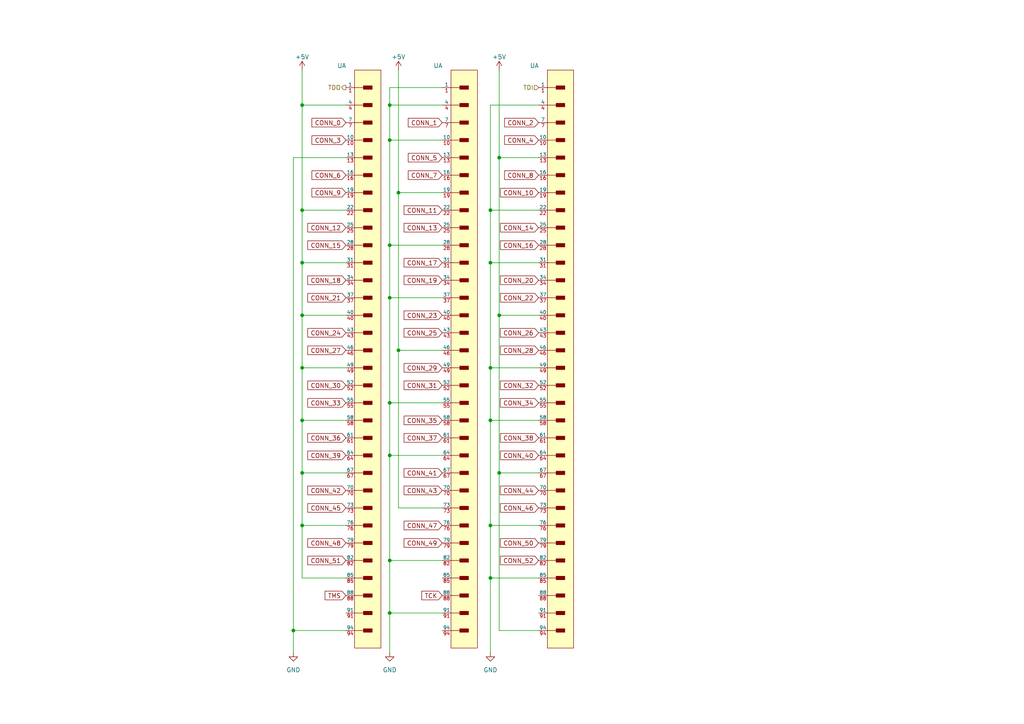
<source format=kicad_sch>
(kicad_sch (version 20220404) (generator eeschema)
  (paper "A4")
  (lib_symbols
    (symbol "09032967825:09032967825" (pin_names (offset 0))
      (property "Reference" "J" (at 0 7.62 0))
      (property "Value" "09032967825" (at 0 10.16 0))
      (symbol "09032967825_1_1"
        (rectangle (start -12.7 5.08) (end -5.08 -162.56) (fill (type background)))
        (rectangle (start -10.16 -156.972) (end -7.62 -157.988) (fill (type outline)))
        (rectangle (start -10.16 -151.892) (end -7.62 -152.908) (fill (type outline)))
        (rectangle (start -10.16 -146.812) (end -7.62 -147.828) (fill (type outline)))
        (rectangle (start -10.16 -141.732) (end -7.62 -142.748) (fill (type outline)))
        (rectangle (start -10.16 -136.652) (end -7.62 -137.668) (fill (type outline)))
        (rectangle (start -10.16 -131.572) (end -7.62 -132.588) (fill (type outline)))
        (rectangle (start -10.16 -126.492) (end -7.62 -127.508) (fill (type outline)))
        (rectangle (start -10.16 -121.412) (end -7.62 -122.428) (fill (type outline)))
        (rectangle (start -10.16 -116.332) (end -7.62 -117.348) (fill (type outline)))
        (rectangle (start -10.16 -111.252) (end -7.62 -112.268) (fill (type outline)))
        (rectangle (start -10.16 -106.172) (end -7.62 -107.188) (fill (type outline)))
        (rectangle (start -10.16 -101.092) (end -7.62 -102.108) (fill (type outline)))
        (rectangle (start -10.16 -96.012) (end -7.62 -97.028) (fill (type outline)))
        (rectangle (start -10.16 -90.932) (end -7.62 -91.948) (fill (type outline)))
        (rectangle (start -10.16 -85.852) (end -7.62 -86.868) (fill (type outline)))
        (rectangle (start -10.16 -80.772) (end -7.62 -81.788) (fill (type outline)))
        (rectangle (start -10.16 -75.692) (end -7.62 -76.708) (fill (type outline)))
        (rectangle (start -10.16 -70.612) (end -7.62 -71.628) (fill (type outline)))
        (rectangle (start -10.16 -65.532) (end -7.62 -66.548) (fill (type outline)))
        (rectangle (start -10.16 -60.452) (end -7.62 -61.468) (fill (type outline)))
        (rectangle (start -10.16 -55.372) (end -7.62 -56.388) (fill (type outline)))
        (rectangle (start -10.16 -50.292) (end -7.62 -51.308) (fill (type outline)))
        (rectangle (start -10.16 -45.212) (end -7.62 -46.228) (fill (type outline)))
        (rectangle (start -10.16 -40.132) (end -7.62 -41.148) (fill (type outline)))
        (rectangle (start -10.16 -35.052) (end -7.62 -36.068) (fill (type outline)))
        (rectangle (start -10.16 -29.972) (end -7.62 -30.988) (fill (type outline)))
        (rectangle (start -10.16 -24.892) (end -7.62 -25.908) (fill (type outline)))
        (rectangle (start -10.16 -19.812) (end -7.62 -20.828) (fill (type outline)))
        (rectangle (start -10.16 -14.732) (end -7.62 -15.748) (fill (type outline)))
        (rectangle (start -10.16 -9.652) (end -7.62 -10.668) (fill (type outline)))
        (rectangle (start -10.16 -4.572) (end -7.62 -5.588) (fill (type outline)))
        (rectangle (start -10.16 0.508) (end -7.62 -0.508) (fill (type outline)))
        (polyline (pts (xy -8.128 -157.48) (xy -5.08 -157.48)))
        (polyline (pts (xy -8.128 -152.4) (xy -5.08 -152.4)))
        (polyline (pts (xy -8.128 -147.32) (xy -5.08 -147.32)))
        (polyline (pts (xy -8.128 -142.24) (xy -5.08 -142.24)))
        (polyline (pts (xy -8.128 -137.16) (xy -5.08 -137.16)))
        (polyline (pts (xy -8.128 -132.08) (xy -5.08 -132.08)))
        (polyline (pts (xy -8.128 -127) (xy -5.08 -127)))
        (polyline (pts (xy -8.128 -121.92) (xy -5.08 -121.92)))
        (polyline (pts (xy -8.128 -116.84) (xy -5.08 -116.84)))
        (polyline (pts (xy -8.128 -111.76) (xy -5.08 -111.76)))
        (polyline (pts (xy -8.128 -106.68) (xy -5.08 -106.68)))
        (polyline (pts (xy -8.128 -101.6) (xy -5.08 -101.6)))
        (polyline (pts (xy -8.128 -96.52) (xy -5.08 -96.52)))
        (polyline (pts (xy -8.128 -91.44) (xy -5.08 -91.44)))
        (polyline (pts (xy -8.128 -86.36) (xy -5.08 -86.36)))
        (polyline (pts (xy -8.128 -81.28) (xy -5.08 -81.28)))
        (polyline (pts (xy -8.128 -76.2) (xy -5.08 -76.2)))
        (polyline (pts (xy -8.128 -71.12) (xy -5.08 -71.12)))
        (polyline (pts (xy -8.128 -66.04) (xy -5.08 -66.04)))
        (polyline (pts (xy -8.128 -60.96) (xy -5.08 -60.96)))
        (polyline (pts (xy -8.128 -55.88) (xy -5.08 -55.88)))
        (polyline (pts (xy -8.128 -50.8) (xy -5.08 -50.8)))
        (polyline (pts (xy -8.128 -45.72) (xy -5.08 -45.72)))
        (polyline (pts (xy -8.128 -40.64) (xy -5.08 -40.64)))
        (polyline (pts (xy -8.128 -35.56) (xy -5.08 -35.56)))
        (polyline (pts (xy -8.128 -30.48) (xy -5.08 -30.48)))
        (polyline (pts (xy -8.128 -25.4) (xy -5.08 -25.4)))
        (polyline (pts (xy -8.128 -20.32) (xy -5.08 -20.32)))
        (polyline (pts (xy -8.128 -15.24) (xy -5.08 -15.24)))
        (polyline (pts (xy -8.128 -10.16) (xy -5.08 -10.16)))
        (polyline (pts (xy -8.128 -5.08) (xy -5.08 -5.08)))
        (polyline (pts (xy -8.128 0) (xy -5.08 0)))
        (pin passive line (at -2.54 0 180) (length 2.54) (name "1") (number "1"))
        (pin passive line (at -2.54 -15.24 180) (length 2.54) (name "10") (number "10"))
        (pin passive line (at -2.54 -20.32 180) (length 2.54) (name "13") (number "13"))
        (pin passive line (at -2.54 -25.4 180) (length 2.54) (name "16") (number "16"))
        (pin passive line (at -2.54 -30.48 180) (length 2.54) (name "19") (number "19"))
        (pin passive line (at -2.54 -35.56 180) (length 2.54) (name "22") (number "22"))
        (pin passive line (at -2.54 -40.64 180) (length 2.54) (name "25") (number "25"))
        (pin passive line (at -2.54 -45.72 180) (length 2.54) (name "28") (number "28"))
        (pin passive line (at -2.54 -50.8 180) (length 2.54) (name "31") (number "31"))
        (pin passive line (at -2.54 -55.88 180) (length 2.54) (name "34") (number "34"))
        (pin passive line (at -2.54 -60.96 180) (length 2.54) (name "37") (number "37"))
        (pin passive line (at -2.54 -5.08 180) (length 2.54) (name "4") (number "4"))
        (pin passive line (at -2.54 -66.04 180) (length 2.54) (name "40") (number "40"))
        (pin passive line (at -2.54 -71.12 180) (length 2.54) (name "43") (number "43"))
        (pin passive line (at -2.54 -76.2 180) (length 2.54) (name "46") (number "46"))
        (pin passive line (at -2.54 -81.28 180) (length 2.54) (name "49") (number "49"))
        (pin passive line (at -2.54 -86.36 180) (length 2.54) (name "52") (number "52"))
        (pin passive line (at -2.54 -91.44 180) (length 2.54) (name "55") (number "55"))
        (pin passive line (at -2.54 -96.52 180) (length 2.54) (name "58") (number "58"))
        (pin passive line (at -2.54 -101.6 180) (length 2.54) (name "61") (number "61"))
        (pin passive line (at -2.54 -106.68 180) (length 2.54) (name "64") (number "64"))
        (pin passive line (at -2.54 -111.76 180) (length 2.54) (name "67") (number "67"))
        (pin passive line (at -2.54 -10.16 180) (length 2.54) (name "7") (number "7"))
        (pin passive line (at -2.54 -116.84 180) (length 2.54) (name "70") (number "70"))
        (pin passive line (at -2.54 -121.92 180) (length 2.54) (name "73") (number "73"))
        (pin passive line (at -2.54 -127 180) (length 2.54) (name "76") (number "76"))
        (pin passive line (at -2.54 -132.08 180) (length 2.54) (name "79") (number "79"))
        (pin passive line (at -2.54 -137.16 180) (length 2.54) (name "82") (number "82"))
        (pin passive line (at -2.54 -142.24 180) (length 2.54) (name "85") (number "85"))
        (pin passive line (at -2.54 -147.32 180) (length 2.54) (name "88") (number "88"))
        (pin passive line (at -2.54 -152.4 180) (length 2.54) (name "91") (number "91"))
        (pin passive line (at -2.54 -157.48 180) (length 2.54) (name "94") (number "94"))
      )
      (symbol "09032967825_2_1"
        (rectangle (start -12.7 5.08) (end -5.08 -162.56) (fill (type background)))
        (rectangle (start -10.16 -156.972) (end -7.62 -157.988) (fill (type outline)))
        (rectangle (start -10.16 -151.892) (end -7.62 -152.908) (fill (type outline)))
        (rectangle (start -10.16 -146.812) (end -7.62 -147.828) (fill (type outline)))
        (rectangle (start -10.16 -141.732) (end -7.62 -142.748) (fill (type outline)))
        (rectangle (start -10.16 -136.652) (end -7.62 -137.668) (fill (type outline)))
        (rectangle (start -10.16 -131.572) (end -7.62 -132.588) (fill (type outline)))
        (rectangle (start -10.16 -126.492) (end -7.62 -127.508) (fill (type outline)))
        (rectangle (start -10.16 -121.412) (end -7.62 -122.428) (fill (type outline)))
        (rectangle (start -10.16 -116.332) (end -7.62 -117.348) (fill (type outline)))
        (rectangle (start -10.16 -111.252) (end -7.62 -112.268) (fill (type outline)))
        (rectangle (start -10.16 -106.172) (end -7.62 -107.188) (fill (type outline)))
        (rectangle (start -10.16 -101.092) (end -7.62 -102.108) (fill (type outline)))
        (rectangle (start -10.16 -96.012) (end -7.62 -97.028) (fill (type outline)))
        (rectangle (start -10.16 -90.932) (end -7.62 -91.948) (fill (type outline)))
        (rectangle (start -10.16 -85.852) (end -7.62 -86.868) (fill (type outline)))
        (rectangle (start -10.16 -80.772) (end -7.62 -81.788) (fill (type outline)))
        (rectangle (start -10.16 -75.692) (end -7.62 -76.708) (fill (type outline)))
        (rectangle (start -10.16 -70.612) (end -7.62 -71.628) (fill (type outline)))
        (rectangle (start -10.16 -65.532) (end -7.62 -66.548) (fill (type outline)))
        (rectangle (start -10.16 -60.452) (end -7.62 -61.468) (fill (type outline)))
        (rectangle (start -10.16 -55.372) (end -7.62 -56.388) (fill (type outline)))
        (rectangle (start -10.16 -50.292) (end -7.62 -51.308) (fill (type outline)))
        (rectangle (start -10.16 -45.212) (end -7.62 -46.228) (fill (type outline)))
        (rectangle (start -10.16 -40.132) (end -7.62 -41.148) (fill (type outline)))
        (rectangle (start -10.16 -35.052) (end -7.62 -36.068) (fill (type outline)))
        (rectangle (start -10.16 -29.972) (end -7.62 -30.988) (fill (type outline)))
        (rectangle (start -10.16 -24.892) (end -7.62 -25.908) (fill (type outline)))
        (rectangle (start -10.16 -19.812) (end -7.62 -20.828) (fill (type outline)))
        (rectangle (start -10.16 -14.732) (end -7.62 -15.748) (fill (type outline)))
        (rectangle (start -10.16 -9.652) (end -7.62 -10.668) (fill (type outline)))
        (rectangle (start -10.16 -4.572) (end -7.62 -5.588) (fill (type outline)))
        (rectangle (start -10.16 0.508) (end -7.62 -0.508) (fill (type outline)))
        (polyline (pts (xy -8.128 -157.48) (xy -5.08 -157.48)))
        (polyline (pts (xy -8.128 -152.4) (xy -5.08 -152.4)))
        (polyline (pts (xy -8.128 -147.32) (xy -5.08 -147.32)))
        (polyline (pts (xy -8.128 -142.24) (xy -5.08 -142.24)))
        (polyline (pts (xy -8.128 -137.16) (xy -5.08 -137.16)))
        (polyline (pts (xy -8.128 -132.08) (xy -5.08 -132.08)))
        (polyline (pts (xy -8.128 -127) (xy -5.08 -127)))
        (polyline (pts (xy -8.128 -121.92) (xy -5.08 -121.92)))
        (polyline (pts (xy -8.128 -116.84) (xy -5.08 -116.84)))
        (polyline (pts (xy -8.128 -111.76) (xy -5.08 -111.76)))
        (polyline (pts (xy -8.128 -106.68) (xy -5.08 -106.68)))
        (polyline (pts (xy -8.128 -101.6) (xy -5.08 -101.6)))
        (polyline (pts (xy -8.128 -96.52) (xy -5.08 -96.52)))
        (polyline (pts (xy -8.128 -91.44) (xy -5.08 -91.44)))
        (polyline (pts (xy -8.128 -86.36) (xy -5.08 -86.36)))
        (polyline (pts (xy -8.128 -81.28) (xy -5.08 -81.28)))
        (polyline (pts (xy -8.128 -76.2) (xy -5.08 -76.2)))
        (polyline (pts (xy -8.128 -71.12) (xy -5.08 -71.12)))
        (polyline (pts (xy -8.128 -66.04) (xy -5.08 -66.04)))
        (polyline (pts (xy -8.128 -60.96) (xy -5.08 -60.96)))
        (polyline (pts (xy -8.128 -55.88) (xy -5.08 -55.88)))
        (polyline (pts (xy -8.128 -50.8) (xy -5.08 -50.8)))
        (polyline (pts (xy -8.128 -45.72) (xy -5.08 -45.72)))
        (polyline (pts (xy -8.128 -40.64) (xy -5.08 -40.64)))
        (polyline (pts (xy -8.128 -35.56) (xy -5.08 -35.56)))
        (polyline (pts (xy -8.128 -30.48) (xy -5.08 -30.48)))
        (polyline (pts (xy -8.128 -25.4) (xy -5.08 -25.4)))
        (polyline (pts (xy -8.128 -20.32) (xy -5.08 -20.32)))
        (polyline (pts (xy -8.128 -15.24) (xy -5.08 -15.24)))
        (polyline (pts (xy -8.128 -10.16) (xy -5.08 -10.16)))
        (polyline (pts (xy -8.128 -5.08) (xy -5.08 -5.08)))
        (polyline (pts (xy -8.128 0) (xy -5.08 0)))
        (pin passive line (at -2.54 -15.24 180) (length 2.54) (name "11") (number "11"))
        (pin passive line (at -2.54 -20.32 180) (length 2.54) (name "14") (number "14"))
        (pin passive line (at -2.54 -25.4 180) (length 2.54) (name "17") (number "17"))
        (pin passive line (at -2.54 0 180) (length 2.54) (name "2") (number "2"))
        (pin passive line (at -2.54 -30.48 180) (length 2.54) (name "20") (number "20"))
        (pin passive line (at -2.54 -35.56 180) (length 2.54) (name "23") (number "23"))
        (pin passive line (at -2.54 -40.64 180) (length 2.54) (name "26") (number "26"))
        (pin passive line (at -2.54 -45.72 180) (length 2.54) (name "29") (number "29"))
        (pin passive line (at -2.54 -50.8 180) (length 2.54) (name "32") (number "32"))
        (pin passive line (at -2.54 -55.88 180) (length 2.54) (name "35") (number "35"))
        (pin passive line (at -2.54 -60.96 180) (length 2.54) (name "38") (number "38"))
        (pin passive line (at -2.54 -66.04 180) (length 2.54) (name "41") (number "41"))
        (pin passive line (at -2.54 -71.12 180) (length 2.54) (name "44") (number "44"))
        (pin passive line (at -2.54 -76.2 180) (length 2.54) (name "47") (number "47"))
        (pin passive line (at -2.54 -5.08 180) (length 2.54) (name "5") (number "5"))
        (pin passive line (at -2.54 -81.28 180) (length 2.54) (name "50") (number "50"))
        (pin passive line (at -2.54 -86.36 180) (length 2.54) (name "53") (number "53"))
        (pin passive line (at -2.54 -91.44 180) (length 2.54) (name "56") (number "56"))
        (pin passive line (at -2.54 -96.52 180) (length 2.54) (name "59") (number "59"))
        (pin passive line (at -2.54 -101.6 180) (length 2.54) (name "62") (number "62"))
        (pin passive line (at -2.54 -106.68 180) (length 2.54) (name "65") (number "65"))
        (pin passive line (at -2.54 -111.76 180) (length 2.54) (name "68") (number "68"))
        (pin passive line (at -2.54 -116.84 180) (length 2.54) (name "71") (number "71"))
        (pin passive line (at -2.54 -121.92 180) (length 2.54) (name "74") (number "74"))
        (pin passive line (at -2.54 -127 180) (length 2.54) (name "77") (number "77"))
        (pin passive line (at -2.54 -10.16 180) (length 2.54) (name "8") (number "8"))
        (pin passive line (at -2.54 -132.08 180) (length 2.54) (name "80") (number "80"))
        (pin passive line (at -2.54 -137.16 180) (length 2.54) (name "83") (number "83"))
        (pin passive line (at -2.54 -142.24 180) (length 2.54) (name "86") (number "86"))
        (pin passive line (at -2.54 -147.32 180) (length 2.54) (name "89") (number "89"))
        (pin passive line (at -2.54 -152.4 180) (length 2.54) (name "92") (number "92"))
        (pin passive line (at -2.54 -157.48 180) (length 2.54) (name "95") (number "95"))
      )
      (symbol "09032967825_3_1"
        (rectangle (start -12.7 5.08) (end -5.08 -162.56) (fill (type background)))
        (rectangle (start -10.16 -156.972) (end -7.62 -157.988) (fill (type outline)))
        (rectangle (start -10.16 -151.892) (end -7.62 -152.908) (fill (type outline)))
        (rectangle (start -10.16 -146.812) (end -7.62 -147.828) (fill (type outline)))
        (rectangle (start -10.16 -141.732) (end -7.62 -142.748) (fill (type outline)))
        (rectangle (start -10.16 -136.652) (end -7.62 -137.668) (fill (type outline)))
        (rectangle (start -10.16 -131.572) (end -7.62 -132.588) (fill (type outline)))
        (rectangle (start -10.16 -126.492) (end -7.62 -127.508) (fill (type outline)))
        (rectangle (start -10.16 -121.412) (end -7.62 -122.428) (fill (type outline)))
        (rectangle (start -10.16 -116.332) (end -7.62 -117.348) (fill (type outline)))
        (rectangle (start -10.16 -111.252) (end -7.62 -112.268) (fill (type outline)))
        (rectangle (start -10.16 -106.172) (end -7.62 -107.188) (fill (type outline)))
        (rectangle (start -10.16 -101.092) (end -7.62 -102.108) (fill (type outline)))
        (rectangle (start -10.16 -96.012) (end -7.62 -97.028) (fill (type outline)))
        (rectangle (start -10.16 -90.932) (end -7.62 -91.948) (fill (type outline)))
        (rectangle (start -10.16 -85.852) (end -7.62 -86.868) (fill (type outline)))
        (rectangle (start -10.16 -80.772) (end -7.62 -81.788) (fill (type outline)))
        (rectangle (start -10.16 -75.692) (end -7.62 -76.708) (fill (type outline)))
        (rectangle (start -10.16 -70.612) (end -7.62 -71.628) (fill (type outline)))
        (rectangle (start -10.16 -65.532) (end -7.62 -66.548) (fill (type outline)))
        (rectangle (start -10.16 -60.452) (end -7.62 -61.468) (fill (type outline)))
        (rectangle (start -10.16 -55.372) (end -7.62 -56.388) (fill (type outline)))
        (rectangle (start -10.16 -50.292) (end -7.62 -51.308) (fill (type outline)))
        (rectangle (start -10.16 -45.212) (end -7.62 -46.228) (fill (type outline)))
        (rectangle (start -10.16 -40.132) (end -7.62 -41.148) (fill (type outline)))
        (rectangle (start -10.16 -35.052) (end -7.62 -36.068) (fill (type outline)))
        (rectangle (start -10.16 -29.972) (end -7.62 -30.988) (fill (type outline)))
        (rectangle (start -10.16 -24.892) (end -7.62 -25.908) (fill (type outline)))
        (rectangle (start -10.16 -19.812) (end -7.62 -20.828) (fill (type outline)))
        (rectangle (start -10.16 -14.732) (end -7.62 -15.748) (fill (type outline)))
        (rectangle (start -10.16 -9.652) (end -7.62 -10.668) (fill (type outline)))
        (rectangle (start -10.16 -4.572) (end -7.62 -5.588) (fill (type outline)))
        (rectangle (start -10.16 0.508) (end -7.62 -0.508) (fill (type outline)))
        (polyline (pts (xy -8.128 -157.48) (xy -5.08 -157.48)))
        (polyline (pts (xy -8.128 -152.4) (xy -5.08 -152.4)))
        (polyline (pts (xy -8.128 -147.32) (xy -5.08 -147.32)))
        (polyline (pts (xy -8.128 -142.24) (xy -5.08 -142.24)))
        (polyline (pts (xy -8.128 -137.16) (xy -5.08 -137.16)))
        (polyline (pts (xy -8.128 -132.08) (xy -5.08 -132.08)))
        (polyline (pts (xy -8.128 -127) (xy -5.08 -127)))
        (polyline (pts (xy -8.128 -121.92) (xy -5.08 -121.92)))
        (polyline (pts (xy -8.128 -116.84) (xy -5.08 -116.84)))
        (polyline (pts (xy -8.128 -111.76) (xy -5.08 -111.76)))
        (polyline (pts (xy -8.128 -106.68) (xy -5.08 -106.68)))
        (polyline (pts (xy -8.128 -101.6) (xy -5.08 -101.6)))
        (polyline (pts (xy -8.128 -96.52) (xy -5.08 -96.52)))
        (polyline (pts (xy -8.128 -91.44) (xy -5.08 -91.44)))
        (polyline (pts (xy -8.128 -86.36) (xy -5.08 -86.36)))
        (polyline (pts (xy -8.128 -81.28) (xy -5.08 -81.28)))
        (polyline (pts (xy -8.128 -76.2) (xy -5.08 -76.2)))
        (polyline (pts (xy -8.128 -71.12) (xy -5.08 -71.12)))
        (polyline (pts (xy -8.128 -66.04) (xy -5.08 -66.04)))
        (polyline (pts (xy -8.128 -60.96) (xy -5.08 -60.96)))
        (polyline (pts (xy -8.128 -55.88) (xy -5.08 -55.88)))
        (polyline (pts (xy -8.128 -50.8) (xy -5.08 -50.8)))
        (polyline (pts (xy -8.128 -45.72) (xy -5.08 -45.72)))
        (polyline (pts (xy -8.128 -40.64) (xy -5.08 -40.64)))
        (polyline (pts (xy -8.128 -35.56) (xy -5.08 -35.56)))
        (polyline (pts (xy -8.128 -30.48) (xy -5.08 -30.48)))
        (polyline (pts (xy -8.128 -25.4) (xy -5.08 -25.4)))
        (polyline (pts (xy -8.128 -20.32) (xy -5.08 -20.32)))
        (polyline (pts (xy -8.128 -15.24) (xy -5.08 -15.24)))
        (polyline (pts (xy -8.128 -10.16) (xy -5.08 -10.16)))
        (polyline (pts (xy -8.128 -5.08) (xy -5.08 -5.08)))
        (polyline (pts (xy -8.128 0) (xy -5.08 0)))
        (pin passive line (at -2.54 -15.24 180) (length 2.54) (name "12") (number "12"))
        (pin passive line (at -2.54 -20.32 180) (length 2.54) (name "15") (number "15"))
        (pin passive line (at -2.54 -25.4 180) (length 2.54) (name "18") (number "18"))
        (pin passive line (at -2.54 -30.48 180) (length 2.54) (name "21") (number "21"))
        (pin passive line (at -2.54 -35.56 180) (length 2.54) (name "24") (number "24"))
        (pin passive line (at -2.54 -40.64 180) (length 2.54) (name "27") (number "27"))
        (pin passive line (at -2.54 0 180) (length 2.54) (name "3") (number "3"))
        (pin passive line (at -2.54 -45.72 180) (length 2.54) (name "30") (number "30"))
        (pin passive line (at -2.54 -50.8 180) (length 2.54) (name "33") (number "33"))
        (pin passive line (at -2.54 -55.88 180) (length 2.54) (name "36") (number "36"))
        (pin passive line (at -2.54 -60.96 180) (length 2.54) (name "39") (number "39"))
        (pin passive line (at -2.54 -66.04 180) (length 2.54) (name "42") (number "42"))
        (pin passive line (at -2.54 -71.12 180) (length 2.54) (name "45") (number "45"))
        (pin passive line (at -2.54 -76.2 180) (length 2.54) (name "48") (number "48"))
        (pin passive line (at -2.54 -81.28 180) (length 2.54) (name "51") (number "51"))
        (pin passive line (at -2.54 -86.36 180) (length 2.54) (name "54") (number "54"))
        (pin passive line (at -2.54 -91.44 180) (length 2.54) (name "57") (number "57"))
        (pin passive line (at -2.54 -5.08 180) (length 2.54) (name "6") (number "6"))
        (pin passive line (at -2.54 -96.52 180) (length 2.54) (name "60") (number "60"))
        (pin passive line (at -2.54 -101.6 180) (length 2.54) (name "63") (number "63"))
        (pin passive line (at -2.54 -106.68 180) (length 2.54) (name "66") (number "66"))
        (pin passive line (at -2.54 -111.76 180) (length 2.54) (name "69") (number "69"))
        (pin passive line (at -2.54 -116.84 180) (length 2.54) (name "72") (number "72"))
        (pin passive line (at -2.54 -121.92 180) (length 2.54) (name "75") (number "75"))
        (pin passive line (at -2.54 -127 180) (length 2.54) (name "78") (number "78"))
        (pin passive line (at -2.54 -132.08 180) (length 2.54) (name "81") (number "81"))
        (pin passive line (at -2.54 -137.16 180) (length 2.54) (name "84") (number "84"))
        (pin passive line (at -2.54 -142.24 180) (length 2.54) (name "87") (number "87"))
        (pin passive line (at -2.54 -10.16 180) (length 2.54) (name "9") (number "9"))
        (pin passive line (at -2.54 -147.32 180) (length 2.54) (name "90") (number "90"))
        (pin passive line (at -2.54 -152.4 180) (length 2.54) (name "93") (number "93"))
        (pin passive line (at -2.54 -157.48 180) (length 2.54) (name "96") (number "96"))
      )
    )
    (symbol "power:+5V" (power) (pin_names (offset 0))
      (property "Value" "+5V" (at 0 3.556 0))
      (symbol "+5V_0_1"
        (polyline (pts (xy -0.762 1.27) (xy 0 2.54)))
        (polyline (pts (xy 0 0) (xy 0 2.54)))
        (polyline (pts (xy 0 2.54) (xy 0.762 1.27)))
      )
      (symbol "+5V_1_1"
        (pin power_in line (at 0 0 90) (length 0) hide (name "+5V") (number "1"))
      )
    )
    (symbol "power:GND" (power) (pin_names (offset 0))
      (property "Value" "GND" (at 0 -3.81 0))
      (symbol "GND_0_1"
        (polyline (pts (xy 0 0) (xy 0 -1.27) (xy 1.27 -1.27) (xy 0 -2.54) (xy -1.27 -1.27) (xy 0 -1.27)))
      )
      (symbol "GND_1_1"
        (pin power_in line (at 0 0 270) (length 0) hide (name "GND") (number "1"))
      )
    )
  )
  (junction (at 115.57 55.88))
  (junction (at 115.57 101.6))
  (junction (at 142.24 152.4))
  (junction (at 113.03 40.64))
  (junction (at 144.78 91.44))
  (junction (at 87.63 60.96))
  (junction (at 113.03 132.08))
  (junction (at 87.63 30.48))
  (junction (at 85.09 182.88))
  (junction (at 142.24 121.92))
  (junction (at 113.03 177.8))
  (junction (at 87.63 106.68))
  (junction (at 87.63 121.92))
  (junction (at 142.24 106.68))
  (junction (at 87.63 91.44))
  (junction (at 144.78 137.16))
  (junction (at 87.63 137.16))
  (junction (at 142.24 76.2))
  (junction (at 144.78 45.72))
  (junction (at 142.24 60.96))
  (junction (at 113.03 116.84))
  (junction (at 87.63 152.4))
  (junction (at 113.03 86.36))
  (junction (at 113.03 71.12))
  (junction (at 142.24 167.64))
  (junction (at 113.03 30.48))
  (junction (at 87.63 76.2))
  (junction (at 113.03 162.56))
  (wire (pts (xy 144.78 20.32) (xy 144.78 45.72)))
  (wire (pts (xy 113.03 116.84) (xy 128.27 116.84)))
  (wire (pts (xy 87.63 106.68) (xy 87.63 121.92)))
  (wire (pts (xy 113.03 71.12) (xy 113.03 40.64)))
  (wire (pts (xy 113.03 71.12) (xy 128.27 71.12)))
  (wire (pts (xy 113.03 40.64) (xy 128.27 40.64)))
  (wire (pts (xy 142.24 60.96) (xy 142.24 30.48)))
  (wire (pts (xy 113.03 162.56) (xy 113.03 132.08)))
  (wire (pts (xy 142.24 76.2) (xy 156.21 76.2)))
  (wire (pts (xy 87.63 121.92) (xy 100.33 121.92)))
  (wire (pts (xy 87.63 91.44) (xy 100.33 91.44)))
  (wire (pts (xy 113.03 86.36) (xy 113.03 71.12)))
  (wire (pts (xy 113.03 162.56) (xy 128.27 162.56)))
  (wire (pts (xy 87.63 137.16) (xy 87.63 152.4)))
  (wire (pts (xy 113.03 30.48) (xy 128.27 30.48)))
  (wire (pts (xy 87.63 106.68) (xy 100.33 106.68)))
  (wire (pts (xy 113.03 116.84) (xy 113.03 86.36)))
  (wire (pts (xy 144.78 45.72) (xy 144.78 91.44)))
  (wire (pts (xy 87.63 137.16) (xy 100.33 137.16)))
  (wire (pts (xy 87.63 91.44) (xy 87.63 106.68)))
  (wire (pts (xy 142.24 167.64) (xy 156.21 167.64)))
  (wire (pts (xy 144.78 137.16) (xy 156.21 137.16)))
  (wire (pts (xy 113.03 177.8) (xy 128.27 177.8)))
  (wire (pts (xy 113.03 25.4) (xy 128.27 25.4)))
  (wire (pts (xy 142.24 121.92) (xy 156.21 121.92)))
  (wire (pts (xy 142.24 167.64) (xy 142.24 152.4)))
  (wire (pts (xy 142.24 76.2) (xy 142.24 60.96)))
  (wire (pts (xy 144.78 182.88) (xy 156.21 182.88)))
  (wire (pts (xy 87.63 76.2) (xy 100.33 76.2)))
  (wire (pts (xy 115.57 55.88) (xy 128.27 55.88)))
  (wire (pts (xy 87.63 152.4) (xy 100.33 152.4)))
  (wire (pts (xy 115.57 55.88) (xy 115.57 101.6)))
  (wire (pts (xy 115.57 101.6) (xy 115.57 147.32)))
  (wire (pts (xy 144.78 137.16) (xy 144.78 182.88)))
  (wire (pts (xy 142.24 121.92) (xy 142.24 106.68)))
  (wire (pts (xy 142.24 60.96) (xy 156.21 60.96)))
  (wire (pts (xy 85.09 182.88) (xy 100.33 182.88)))
  (wire (pts (xy 87.63 20.32) (xy 87.63 30.48)))
  (wire (pts (xy 115.57 101.6) (xy 128.27 101.6)))
  (wire (pts (xy 87.63 152.4) (xy 87.63 167.64)))
  (wire (pts (xy 87.63 30.48) (xy 100.33 30.48)))
  (wire (pts (xy 85.09 45.72) (xy 100.33 45.72)))
  (wire (pts (xy 115.57 147.32) (xy 128.27 147.32)))
  (wire (pts (xy 113.03 132.08) (xy 113.03 116.84)))
  (wire (pts (xy 113.03 132.08) (xy 128.27 132.08)))
  (wire (pts (xy 113.03 86.36) (xy 128.27 86.36)))
  (wire (pts (xy 87.63 167.64) (xy 100.33 167.64)))
  (wire (pts (xy 113.03 189.23) (xy 113.03 177.8)))
  (wire (pts (xy 144.78 91.44) (xy 144.78 137.16)))
  (wire (pts (xy 85.09 189.23) (xy 85.09 182.88)))
  (wire (pts (xy 87.63 30.48) (xy 87.63 60.96)))
  (wire (pts (xy 87.63 76.2) (xy 87.63 91.44)))
  (wire (pts (xy 142.24 189.23) (xy 142.24 167.64)))
  (wire (pts (xy 87.63 60.96) (xy 100.33 60.96)))
  (wire (pts (xy 115.57 20.32) (xy 115.57 55.88)))
  (wire (pts (xy 113.03 30.48) (xy 113.03 25.4)))
  (wire (pts (xy 113.03 40.64) (xy 113.03 30.48)))
  (wire (pts (xy 87.63 121.92) (xy 87.63 137.16)))
  (wire (pts (xy 142.24 106.68) (xy 142.24 76.2)))
  (wire (pts (xy 113.03 177.8) (xy 113.03 162.56)))
  (wire (pts (xy 142.24 152.4) (xy 142.24 121.92)))
  (wire (pts (xy 144.78 91.44) (xy 156.21 91.44)))
  (wire (pts (xy 85.09 45.72) (xy 85.09 182.88)))
  (wire (pts (xy 142.24 30.48) (xy 156.21 30.48)))
  (wire (pts (xy 87.63 60.96) (xy 87.63 76.2)))
  (wire (pts (xy 142.24 106.68) (xy 156.21 106.68)))
  (wire (pts (xy 144.78 45.72) (xy 156.21 45.72)))
  (wire (pts (xy 142.24 152.4) (xy 156.21 152.4)))
  (global_label "CONN_10" (shape input) (at 156.21 55.88 180) (property "Intersheetrefs" "${INTERSHEET_REFS}" (effects hide)))
  (global_label "CONN_15" (shape input) (at 100.33 71.12 180) (property "Intersheetrefs" "${INTERSHEET_REFS}" (effects hide)))
  (global_label "CONN_25" (shape input) (at 128.27 96.52 180) (property "Intersheetrefs" "${INTERSHEET_REFS}" (effects hide)))
  (global_label "CONN_6" (shape input) (at 100.33 50.8 180) (property "Intersheetrefs" "${INTERSHEET_REFS}" (effects hide)))
  (global_label "CONN_23" (shape input) (at 128.27 91.44 180) (property "Intersheetrefs" "${INTERSHEET_REFS}" (effects hide)))
  (global_label "CONN_24" (shape input) (at 100.33 96.52 180) (property "Intersheetrefs" "${INTERSHEET_REFS}" (effects hide)))
  (global_label "TCK" (shape input) (at 128.27 172.72 180) (property "Intersheetrefs" "${INTERSHEET_REFS}" (effects hide)))
  (global_label "CONN_28" (shape input) (at 156.21 101.6 180) (property "Intersheetrefs" "${INTERSHEET_REFS}" (effects hide)))
  (global_label "CONN_34" (shape input) (at 156.21 116.84 180) (property "Intersheetrefs" "${INTERSHEET_REFS}" (effects hide)))
  (global_label "CONN_29" (shape input) (at 128.27 106.68 180) (property "Intersheetrefs" "${INTERSHEET_REFS}" (effects hide)))
  (global_label "CONN_45" (shape input) (at 100.33 147.32 180) (property "Intersheetrefs" "${INTERSHEET_REFS}" (effects hide)))
  (global_label "CONN_9" (shape input) (at 100.33 55.88 180) (property "Intersheetrefs" "${INTERSHEET_REFS}" (effects hide)))
  (global_label "CONN_31" (shape input) (at 128.27 111.76 180) (property "Intersheetrefs" "${INTERSHEET_REFS}" (effects hide)))
  (global_label "CONN_7" (shape input) (at 128.27 50.8 180) (property "Intersheetrefs" "${INTERSHEET_REFS}" (effects hide)))
  (global_label "CONN_48" (shape input) (at 100.33 157.48 180) (property "Intersheetrefs" "${INTERSHEET_REFS}" (effects hide)))
  (global_label "CONN_13" (shape input) (at 128.27 66.04 180) (property "Intersheetrefs" "${INTERSHEET_REFS}" (effects hide)))
  (global_label "CONN_20" (shape input) (at 156.21 81.28 180) (property "Intersheetrefs" "${INTERSHEET_REFS}" (effects hide)))
  (global_label "CONN_35" (shape input) (at 128.27 121.92 180) (property "Intersheetrefs" "${INTERSHEET_REFS}" (effects hide)))
  (global_label "CONN_11" (shape input) (at 128.27 60.96 180) (property "Intersheetrefs" "${INTERSHEET_REFS}" (effects hide)))
  (global_label "CONN_32" (shape input) (at 156.21 111.76 180) (property "Intersheetrefs" "${INTERSHEET_REFS}" (effects hide)))
  (global_label "CONN_33" (shape input) (at 100.33 116.84 180) (property "Intersheetrefs" "${INTERSHEET_REFS}" (effects hide)))
  (global_label "CONN_22" (shape input) (at 156.21 86.36 180) (property "Intersheetrefs" "${INTERSHEET_REFS}" (effects hide)))
  (global_label "CONN_42" (shape input) (at 100.33 142.24 180) (property "Intersheetrefs" "${INTERSHEET_REFS}" (effects hide)))
  (global_label "CONN_38" (shape input) (at 156.21 127 180) (property "Intersheetrefs" "${INTERSHEET_REFS}" (effects hide)))
  (global_label "CONN_21" (shape input) (at 100.33 86.36 180) (property "Intersheetrefs" "${INTERSHEET_REFS}" (effects hide)))
  (global_label "CONN_41" (shape input) (at 128.27 137.16 180) (property "Intersheetrefs" "${INTERSHEET_REFS}" (effects hide)))
  (global_label "CONN_17" (shape input) (at 128.27 76.2 180) (property "Intersheetrefs" "${INTERSHEET_REFS}" (effects hide)))
  (global_label "CONN_26" (shape input) (at 156.21 96.52 180) (property "Intersheetrefs" "${INTERSHEET_REFS}" (effects hide)))
  (global_label "CONN_46" (shape input) (at 156.21 147.32 180) (property "Intersheetrefs" "${INTERSHEET_REFS}" (effects hide)))
  (global_label "CONN_8" (shape input) (at 156.21 50.8 180) (property "Intersheetrefs" "${INTERSHEET_REFS}" (effects hide)))
  (global_label "CONN_50" (shape input) (at 156.21 157.48 180) (property "Intersheetrefs" "${INTERSHEET_REFS}" (effects hide)))
  (global_label "CONN_44" (shape input) (at 156.21 142.24 180) (property "Intersheetrefs" "${INTERSHEET_REFS}" (effects hide)))
  (global_label "CONN_30" (shape input) (at 100.33 111.76 180) (property "Intersheetrefs" "${INTERSHEET_REFS}" (effects hide)))
  (global_label "CONN_39" (shape input) (at 100.33 132.08 180) (property "Intersheetrefs" "${INTERSHEET_REFS}" (effects hide)))
  (global_label "CONN_3" (shape input) (at 100.33 40.64 180) (property "Intersheetrefs" "${INTERSHEET_REFS}" (effects hide)))
  (global_label "CONN_36" (shape input) (at 100.33 127 180) (property "Intersheetrefs" "${INTERSHEET_REFS}" (effects hide)))
  (global_label "CONN_47" (shape input) (at 128.27 152.4 180) (property "Intersheetrefs" "${INTERSHEET_REFS}" (effects hide)))
  (global_label "CONN_2" (shape input) (at 156.21 35.56 180) (property "Intersheetrefs" "${INTERSHEET_REFS}" (effects hide)))
  (global_label "CONN_43" (shape input) (at 128.27 142.24 180) (property "Intersheetrefs" "${INTERSHEET_REFS}" (effects hide)))
  (global_label "CONN_27" (shape input) (at 100.33 101.6 180) (property "Intersheetrefs" "${INTERSHEET_REFS}" (effects hide)))
  (global_label "CONN_5" (shape input) (at 128.27 45.72 180) (property "Intersheetrefs" "${INTERSHEET_REFS}" (effects hide)))
  (global_label "TMS" (shape input) (at 100.33 172.72 180) (property "Intersheetrefs" "${INTERSHEET_REFS}" (effects hide)))
  (global_label "CONN_18" (shape input) (at 100.33 81.28 180) (property "Intersheetrefs" "${INTERSHEET_REFS}" (effects hide)))
  (global_label "CONN_52" (shape input) (at 156.21 162.56 180) (property "Intersheetrefs" "${INTERSHEET_REFS}" (effects hide)))
  (global_label "CONN_16" (shape input) (at 156.21 71.12 180) (property "Intersheetrefs" "${INTERSHEET_REFS}" (effects hide)))
  (global_label "CONN_4" (shape input) (at 156.21 40.64 180) (property "Intersheetrefs" "${INTERSHEET_REFS}" (effects hide)))
  (global_label "CONN_12" (shape input) (at 100.33 66.04 180) (property "Intersheetrefs" "${INTERSHEET_REFS}" (effects hide)))
  (global_label "CONN_14" (shape input) (at 156.21 66.04 180) (property "Intersheetrefs" "${INTERSHEET_REFS}" (effects hide)))
  (global_label "CONN_1" (shape input) (at 128.27 35.56 180) (property "Intersheetrefs" "${INTERSHEET_REFS}" (effects hide)))
  (global_label "CONN_19" (shape input) (at 128.27 81.28 180) (property "Intersheetrefs" "${INTERSHEET_REFS}" (effects hide)))
  (global_label "CONN_0" (shape input) (at 100.33 35.56 180) (property "Intersheetrefs" "${INTERSHEET_REFS}" (effects hide)))
  (global_label "CONN_37" (shape input) (at 128.27 127 180) (property "Intersheetrefs" "${INTERSHEET_REFS}" (effects hide)))
  (global_label "CONN_51" (shape input) (at 100.33 162.56 180) (property "Intersheetrefs" "${INTERSHEET_REFS}" (effects hide)))
  (global_label "CONN_40" (shape input) (at 156.21 132.08 180) (property "Intersheetrefs" "${INTERSHEET_REFS}" (effects hide)))
  (global_label "CONN_49" (shape input) (at 128.27 157.48 180) (property "Intersheetrefs" "${INTERSHEET_REFS}" (effects hide)))
  (hierarchical_label "TDI" (shape input) (at 156.21 25.4 180))
  (hierarchical_label "TDO" (shape output) (at 100.33 25.4 180))
  (symbol (lib_id "power:GND") (at 113.03 189.23 0) (unit 1)
    (default_instance (reference "#PWR") (unit 1) (value "GND") (footprint ""))
    (property "Reference" "#PWR" (effects hide))
    (property "Value" "GND" (at 113.03 194.31 0))
  )
  (symbol (lib_id "09032967825:09032967825") (at 153.67 25.4 0) (mirror y) (unit 1)
    (default_instance (reference "U") (unit 1) (value "") (footprint ""))
    (property "Reference" "U" (at 153.67 19.05 0) (effects (justify right)))
    (property "Datasheet" "https://b2b.harting.com/files/download/PRD/PDF_DS/09031200203_100580339DRW000B.pdf" (effects hide))
    (property "category" "Conn" (effects hide))
    (property "contact material" "Gold,Tin" (effects hide))
    (property "current rating" "2A" (effects hide))
    (property "device class L1" "Connectors" (effects hide))
    (property "device class L2" "Headers and Wire Housings" (effects hide))
    (property "device class L3" "unset" (effects hide))
    (property "digikey description" "DIN-SIGNAL C096MS-3,0C1-2" (effects hide))
    (property "digikey part number" "1195-1155-ND" (effects hide))
    (property "footprint url" "https://b2b.harting.com/files/download/PRD/PDF_TS/0903196X921_100072506DRW318C.pdf" (effects hide))
    (property "height" "11mm" (effects hide))
    (property "is connector" "yes" (effects hide))
    (property "is male" "yes" (effects hide))
    (property "lead free" "yes" (effects hide))
    (property "library id" "da8e1b99bd9ebd5c" (effects hide))
    (property "manufacturer" "Harting" (effects hide))
    (property "mouser part number" "617-09-03-196-6921" (effects hide))
    (property "number of contacts" "96" (effects hide))
    (property "number of rows" "3" (effects hide))
    (property "package" "HDR96" (effects hide))
    (property "rohs" "yes" (effects hide))
    (property "temperature range high" "+125°C" (effects hide))
    (property "temperature range low" "-55°C" (effects hide))
  )
  (symbol (lib_id "09032967825:09032967825") (at 97.79 25.4 0) (mirror y) (unit 1)
    (default_instance (reference "U") (unit 1) (value "") (footprint ""))
    (property "Reference" "U" (at 97.79 19.05 0) (effects (justify right)))
    (property "Datasheet" "https://b2b.harting.com/files/download/PRD/PDF_DS/09031200203_100580339DRW000B.pdf" (effects hide))
    (property "category" "Conn" (effects hide))
    (property "contact material" "Gold,Tin" (effects hide))
    (property "current rating" "2A" (effects hide))
    (property "device class L1" "Connectors" (effects hide))
    (property "device class L2" "Headers and Wire Housings" (effects hide))
    (property "device class L3" "unset" (effects hide))
    (property "digikey description" "DIN-SIGNAL C096MS-3,0C1-2" (effects hide))
    (property "digikey part number" "1195-1155-ND" (effects hide))
    (property "footprint url" "https://b2b.harting.com/files/download/PRD/PDF_TS/0903196X921_100072506DRW318C.pdf" (effects hide))
    (property "height" "11mm" (effects hide))
    (property "is connector" "yes" (effects hide))
    (property "is male" "yes" (effects hide))
    (property "lead free" "yes" (effects hide))
    (property "library id" "da8e1b99bd9ebd5c" (effects hide))
    (property "manufacturer" "Harting" (effects hide))
    (property "mouser part number" "617-09-03-196-6921" (effects hide))
    (property "number of contacts" "96" (effects hide))
    (property "number of rows" "3" (effects hide))
    (property "package" "HDR96" (effects hide))
    (property "rohs" "yes" (effects hide))
    (property "temperature range high" "+125°C" (effects hide))
    (property "temperature range low" "-55°C" (effects hide))
  )
  (symbol (lib_id "power:GND") (at 142.24 189.23 0) (unit 1)
    (default_instance (reference "#PWR") (unit 1) (value "GND") (footprint ""))
    (property "Reference" "#PWR" (effects hide))
    (property "Value" "GND" (at 142.24 194.31 0))
  )
  (symbol (lib_id "power:+5V") (at 87.63 20.32 0) (unit 1)
    (default_instance (reference "#PWR") (unit 1) (value "+5V") (footprint ""))
    (property "Reference" "#PWR" (effects hide))
    (property "Value" "+5V" (at 87.63 16.51 0))
  )
  (symbol (lib_id "power:+5V") (at 115.57 20.32 0) (unit 1)
    (default_instance (reference "#PWR") (unit 1) (value "+5V") (footprint ""))
    (property "Reference" "#PWR" (effects hide))
    (property "Value" "+5V" (at 115.57 16.51 0))
  )
  (symbol (lib_id "power:+5V") (at 144.78 20.32 0) (unit 1)
    (default_instance (reference "#PWR") (unit 1) (value "+5V") (footprint ""))
    (property "Reference" "#PWR" (effects hide))
    (property "Value" "+5V" (at 144.78 16.51 0))
  )
  (symbol (lib_id "09032967825:09032967825") (at 125.73 25.4 0) (mirror y) (unit 1)
    (default_instance (reference "U") (unit 1) (value "") (footprint ""))
    (property "Reference" "U" (at 125.73 19.05 0) (effects (justify right)))
    (property "Datasheet" "https://b2b.harting.com/files/download/PRD/PDF_DS/09031200203_100580339DRW000B.pdf" (effects hide))
    (property "category" "Conn" (effects hide))
    (property "contact material" "Gold,Tin" (effects hide))
    (property "current rating" "2A" (effects hide))
    (property "device class L1" "Connectors" (effects hide))
    (property "device class L2" "Headers and Wire Housings" (effects hide))
    (property "device class L3" "unset" (effects hide))
    (property "digikey description" "DIN-SIGNAL C096MS-3,0C1-2" (effects hide))
    (property "digikey part number" "1195-1155-ND" (effects hide))
    (property "footprint url" "https://b2b.harting.com/files/download/PRD/PDF_TS/0903196X921_100072506DRW318C.pdf" (effects hide))
    (property "height" "11mm" (effects hide))
    (property "is connector" "yes" (effects hide))
    (property "is male" "yes" (effects hide))
    (property "lead free" "yes" (effects hide))
    (property "library id" "da8e1b99bd9ebd5c" (effects hide))
    (property "manufacturer" "Harting" (effects hide))
    (property "mouser part number" "617-09-03-196-6921" (effects hide))
    (property "number of contacts" "96" (effects hide))
    (property "number of rows" "3" (effects hide))
    (property "package" "HDR96" (effects hide))
    (property "rohs" "yes" (effects hide))
    (property "temperature range high" "+125°C" (effects hide))
    (property "temperature range low" "-55°C" (effects hide))
  )
  (symbol (lib_id "power:GND") (at 85.09 189.23 0) (unit 1)
    (default_instance (reference "#PWR") (unit 1) (value "GND") (footprint ""))
    (property "Reference" "#PWR" (effects hide))
    (property "Value" "GND" (at 85.09 194.31 0))
  )
)
</source>
